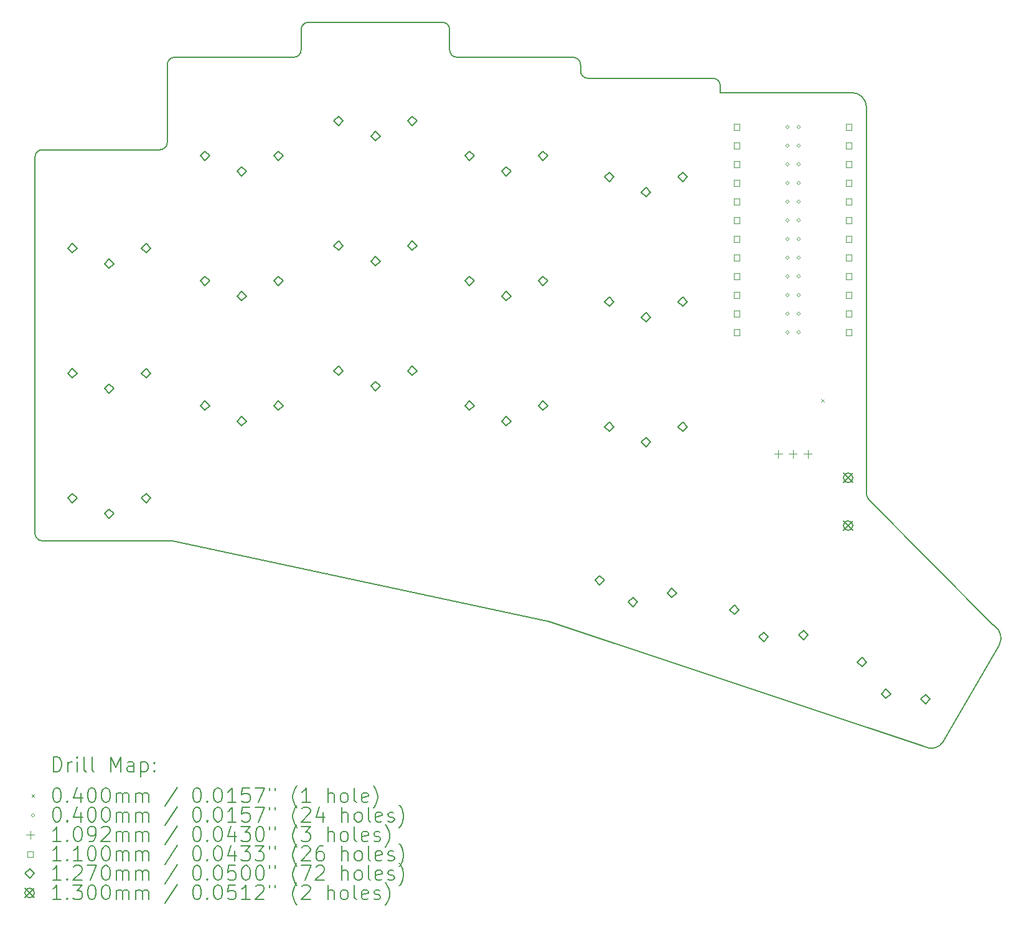
<source format=gbr>
%TF.GenerationSoftware,KiCad,Pcbnew,(6.0.7-1)-1*%
%TF.CreationDate,2022-10-05T19:06:01+03:00*%
%TF.ProjectId,board,626f6172-642e-46b6-9963-61645f706362,v1.0.0*%
%TF.SameCoordinates,Original*%
%TF.FileFunction,Drillmap*%
%TF.FilePolarity,Positive*%
%FSLAX45Y45*%
G04 Gerber Fmt 4.5, Leading zero omitted, Abs format (unit mm)*
G04 Created by KiCad (PCBNEW (6.0.7-1)-1) date 2022-10-05 19:06:01*
%MOMM*%
%LPD*%
G01*
G04 APERTURE LIST*
%ADD10C,0.150000*%
%ADD11C,0.200000*%
%ADD12C,0.040000*%
%ADD13C,0.109220*%
%ADD14C,0.110000*%
%ADD15C,0.127000*%
%ADD16C,0.130000*%
G04 APERTURE END LIST*
D10*
X5890000Y4040000D02*
X7636211Y4040000D01*
X5790000Y4140000D02*
X5790000Y9260000D01*
X5890000Y9360000D02*
X7490000Y9360000D01*
X7690000Y10617300D02*
X9310000Y10617300D01*
X7590000Y9460000D02*
X7590000Y10517300D01*
X9510000Y11093550D02*
X11330000Y11093550D01*
X11430000Y10993550D02*
X11430000Y10717300D01*
X9410000Y10717300D02*
X9410000Y10993550D01*
X11530000Y10617300D02*
X13110000Y10617300D01*
X13210000Y10517300D02*
X13210000Y10431550D01*
X15110000Y10136550D02*
X15110000Y10231550D01*
X13310000Y10331550D02*
X15010000Y10331550D01*
X17878998Y1244178D02*
G75*
G03*
X18152203Y1317383I100000J173205D01*
G01*
X18152203Y1317383D02*
X18902203Y2616421D01*
X18902203Y2616421D02*
G75*
G03*
X18837409Y2884490I-173205J100000D01*
G01*
X15110000Y10231550D02*
G75*
G03*
X15010000Y10331550I-100000J0D01*
G01*
X13210000Y10431550D02*
G75*
G03*
X13310000Y10331550I100000J0D01*
G01*
X13210000Y10517300D02*
G75*
G03*
X13110000Y10617300I-100000J0D01*
G01*
X11430000Y10717300D02*
G75*
G03*
X11530000Y10617300I100000J0D01*
G01*
X11430000Y10993550D02*
G75*
G03*
X11330000Y11093550I-100000J0D01*
G01*
X9510000Y11093550D02*
G75*
G03*
X9410000Y10993550I0J-100000D01*
G01*
X9310000Y10617300D02*
G75*
G03*
X9410000Y10717300I0J100000D01*
G01*
X7690000Y10617300D02*
G75*
G03*
X7590000Y10517300I0J-100000D01*
G01*
X7490000Y9360000D02*
G75*
G03*
X7590000Y9460000I0J100000D01*
G01*
X5890000Y9360000D02*
G75*
G03*
X5790000Y9260000I0J-100000D01*
G01*
X5790000Y4140000D02*
G75*
G03*
X5890000Y4040000I100000J0D01*
G01*
X17128897Y4608754D02*
X18820511Y2898208D01*
X17878998Y1244178D02*
X12766213Y2945005D01*
X12755552Y2947908D02*
X7657115Y4037791D01*
X17100000Y4679070D02*
X17100000Y9936550D01*
X17100000Y9936550D02*
G75*
G03*
X16900000Y10136550I-200000J0D01*
G01*
X16900000Y10136550D02*
X15110000Y10136550D01*
X7657115Y4037791D02*
G75*
G03*
X7636211Y4040000I-20905J-97791D01*
G01*
X12766213Y2945005D02*
G75*
G03*
X12755552Y2947908I-31565J-94887D01*
G01*
X18820511Y2898208D02*
G75*
G03*
X18837409Y2884490I71103J70316D01*
G01*
X17100000Y4679070D02*
G75*
G03*
X17128897Y4608754I100000J0D01*
G01*
D11*
D12*
X16480000Y5970000D02*
X16520000Y5930000D01*
X16520000Y5970000D02*
X16480000Y5930000D01*
X16043800Y9668550D02*
G75*
G03*
X16043800Y9668550I-20000J0D01*
G01*
X16043800Y9414550D02*
G75*
G03*
X16043800Y9414550I-20000J0D01*
G01*
X16043800Y9160550D02*
G75*
G03*
X16043800Y9160550I-20000J0D01*
G01*
X16043800Y8906550D02*
G75*
G03*
X16043800Y8906550I-20000J0D01*
G01*
X16043800Y8652550D02*
G75*
G03*
X16043800Y8652550I-20000J0D01*
G01*
X16043800Y8398550D02*
G75*
G03*
X16043800Y8398550I-20000J0D01*
G01*
X16043800Y8144550D02*
G75*
G03*
X16043800Y8144550I-20000J0D01*
G01*
X16043800Y7890550D02*
G75*
G03*
X16043800Y7890550I-20000J0D01*
G01*
X16043800Y7636550D02*
G75*
G03*
X16043800Y7636550I-20000J0D01*
G01*
X16043800Y7382550D02*
G75*
G03*
X16043800Y7382550I-20000J0D01*
G01*
X16043800Y7128550D02*
G75*
G03*
X16043800Y7128550I-20000J0D01*
G01*
X16043800Y6874550D02*
G75*
G03*
X16043800Y6874550I-20000J0D01*
G01*
X16196200Y9668550D02*
G75*
G03*
X16196200Y9668550I-20000J0D01*
G01*
X16196200Y9414550D02*
G75*
G03*
X16196200Y9414550I-20000J0D01*
G01*
X16196200Y9160550D02*
G75*
G03*
X16196200Y9160550I-20000J0D01*
G01*
X16196200Y8906550D02*
G75*
G03*
X16196200Y8906550I-20000J0D01*
G01*
X16196200Y8652550D02*
G75*
G03*
X16196200Y8652550I-20000J0D01*
G01*
X16196200Y8398550D02*
G75*
G03*
X16196200Y8398550I-20000J0D01*
G01*
X16196200Y8144550D02*
G75*
G03*
X16196200Y8144550I-20000J0D01*
G01*
X16196200Y7890550D02*
G75*
G03*
X16196200Y7890550I-20000J0D01*
G01*
X16196200Y7636550D02*
G75*
G03*
X16196200Y7636550I-20000J0D01*
G01*
X16196200Y7382550D02*
G75*
G03*
X16196200Y7382550I-20000J0D01*
G01*
X16196200Y7128550D02*
G75*
G03*
X16196200Y7128550I-20000J0D01*
G01*
X16196200Y6874550D02*
G75*
G03*
X16196200Y6874550I-20000J0D01*
G01*
D13*
X15900000Y5276160D02*
X15900000Y5166940D01*
X15845390Y5221550D02*
X15954610Y5221550D01*
X16100000Y5276160D02*
X16100000Y5166940D01*
X16045390Y5221550D02*
X16154610Y5221550D01*
X16300000Y5276160D02*
X16300000Y5166940D01*
X16245390Y5221550D02*
X16354610Y5221550D01*
D14*
X15376891Y9629659D02*
X15376891Y9707441D01*
X15299109Y9707441D01*
X15299109Y9629659D01*
X15376891Y9629659D01*
X15376891Y9629659D02*
X15376891Y9707441D01*
X15299109Y9707441D01*
X15299109Y9629659D01*
X15376891Y9629659D01*
X15376891Y9375659D02*
X15376891Y9453441D01*
X15299109Y9453441D01*
X15299109Y9375659D01*
X15376891Y9375659D01*
X15376891Y9121659D02*
X15376891Y9199441D01*
X15299109Y9199441D01*
X15299109Y9121659D01*
X15376891Y9121659D01*
X15376891Y8867659D02*
X15376891Y8945441D01*
X15299109Y8945441D01*
X15299109Y8867659D01*
X15376891Y8867659D01*
X15376891Y8613659D02*
X15376891Y8691441D01*
X15299109Y8691441D01*
X15299109Y8613659D01*
X15376891Y8613659D01*
X15376891Y8359659D02*
X15376891Y8437441D01*
X15299109Y8437441D01*
X15299109Y8359659D01*
X15376891Y8359659D01*
X15376891Y8105659D02*
X15376891Y8183441D01*
X15299109Y8183441D01*
X15299109Y8105659D01*
X15376891Y8105659D01*
X15376891Y7851659D02*
X15376891Y7929441D01*
X15299109Y7929441D01*
X15299109Y7851659D01*
X15376891Y7851659D01*
X15376891Y7597659D02*
X15376891Y7675441D01*
X15299109Y7675441D01*
X15299109Y7597659D01*
X15376891Y7597659D01*
X15376891Y7343659D02*
X15376891Y7421441D01*
X15299109Y7421441D01*
X15299109Y7343659D01*
X15376891Y7343659D01*
X15376891Y7089659D02*
X15376891Y7167441D01*
X15299109Y7167441D01*
X15299109Y7089659D01*
X15376891Y7089659D01*
X15376891Y6835659D02*
X15376891Y6913441D01*
X15299109Y6913441D01*
X15299109Y6835659D01*
X15376891Y6835659D01*
X16900891Y9629659D02*
X16900891Y9707441D01*
X16823109Y9707441D01*
X16823109Y9629659D01*
X16900891Y9629659D01*
X16900891Y9629659D02*
X16900891Y9707441D01*
X16823109Y9707441D01*
X16823109Y9629659D01*
X16900891Y9629659D01*
X16900891Y9375659D02*
X16900891Y9453441D01*
X16823109Y9453441D01*
X16823109Y9375659D01*
X16900891Y9375659D01*
X16900891Y9121659D02*
X16900891Y9199441D01*
X16823109Y9199441D01*
X16823109Y9121659D01*
X16900891Y9121659D01*
X16900891Y8867659D02*
X16900891Y8945441D01*
X16823109Y8945441D01*
X16823109Y8867659D01*
X16900891Y8867659D01*
X16900891Y8613659D02*
X16900891Y8691441D01*
X16823109Y8691441D01*
X16823109Y8613659D01*
X16900891Y8613659D01*
X16900891Y8359659D02*
X16900891Y8437441D01*
X16823109Y8437441D01*
X16823109Y8359659D01*
X16900891Y8359659D01*
X16900891Y8105659D02*
X16900891Y8183441D01*
X16823109Y8183441D01*
X16823109Y8105659D01*
X16900891Y8105659D01*
X16900891Y7851659D02*
X16900891Y7929441D01*
X16823109Y7929441D01*
X16823109Y7851659D01*
X16900891Y7851659D01*
X16900891Y7597659D02*
X16900891Y7675441D01*
X16823109Y7675441D01*
X16823109Y7597659D01*
X16900891Y7597659D01*
X16900891Y7343659D02*
X16900891Y7421441D01*
X16823109Y7421441D01*
X16823109Y7343659D01*
X16900891Y7343659D01*
X16900891Y7089659D02*
X16900891Y7167441D01*
X16823109Y7167441D01*
X16823109Y7089659D01*
X16900891Y7089659D01*
X16900891Y6835659D02*
X16900891Y6913441D01*
X16823109Y6913441D01*
X16823109Y6835659D01*
X16900891Y6835659D01*
D15*
X6300000Y7956500D02*
X6363500Y8020000D01*
X6300000Y8083500D01*
X6236500Y8020000D01*
X6300000Y7956500D01*
X6300000Y6256500D02*
X6363500Y6320000D01*
X6300000Y6383500D01*
X6236500Y6320000D01*
X6300000Y6256500D01*
X6300000Y4556500D02*
X6363500Y4620000D01*
X6300000Y4683500D01*
X6236500Y4620000D01*
X6300000Y4556500D01*
X6800000Y7746500D02*
X6863500Y7810000D01*
X6800000Y7873500D01*
X6736500Y7810000D01*
X6800000Y7746500D01*
X6800000Y7746500D02*
X6863500Y7810000D01*
X6800000Y7873500D01*
X6736500Y7810000D01*
X6800000Y7746500D01*
X6800000Y6046500D02*
X6863500Y6110000D01*
X6800000Y6173500D01*
X6736500Y6110000D01*
X6800000Y6046500D01*
X6800000Y6046500D02*
X6863500Y6110000D01*
X6800000Y6173500D01*
X6736500Y6110000D01*
X6800000Y6046500D01*
X6800000Y4346500D02*
X6863500Y4410000D01*
X6800000Y4473500D01*
X6736500Y4410000D01*
X6800000Y4346500D01*
X6800000Y4346500D02*
X6863500Y4410000D01*
X6800000Y4473500D01*
X6736500Y4410000D01*
X6800000Y4346500D01*
X7300000Y7956500D02*
X7363500Y8020000D01*
X7300000Y8083500D01*
X7236500Y8020000D01*
X7300000Y7956500D01*
X7300000Y6256500D02*
X7363500Y6320000D01*
X7300000Y6383500D01*
X7236500Y6320000D01*
X7300000Y6256500D01*
X7300000Y4556500D02*
X7363500Y4620000D01*
X7300000Y4683500D01*
X7236500Y4620000D01*
X7300000Y4556500D01*
X8100000Y9213800D02*
X8163500Y9277300D01*
X8100000Y9340800D01*
X8036500Y9277300D01*
X8100000Y9213800D01*
X8100000Y7513800D02*
X8163500Y7577300D01*
X8100000Y7640800D01*
X8036500Y7577300D01*
X8100000Y7513800D01*
X8100000Y5813800D02*
X8163500Y5877300D01*
X8100000Y5940800D01*
X8036500Y5877300D01*
X8100000Y5813800D01*
X8600000Y9003800D02*
X8663500Y9067300D01*
X8600000Y9130800D01*
X8536500Y9067300D01*
X8600000Y9003800D01*
X8600000Y9003800D02*
X8663500Y9067300D01*
X8600000Y9130800D01*
X8536500Y9067300D01*
X8600000Y9003800D01*
X8600000Y7303800D02*
X8663500Y7367300D01*
X8600000Y7430800D01*
X8536500Y7367300D01*
X8600000Y7303800D01*
X8600000Y7303800D02*
X8663500Y7367300D01*
X8600000Y7430800D01*
X8536500Y7367300D01*
X8600000Y7303800D01*
X8600000Y5603800D02*
X8663500Y5667300D01*
X8600000Y5730800D01*
X8536500Y5667300D01*
X8600000Y5603800D01*
X8600000Y5603800D02*
X8663500Y5667300D01*
X8600000Y5730800D01*
X8536500Y5667300D01*
X8600000Y5603800D01*
X9100000Y9213800D02*
X9163500Y9277300D01*
X9100000Y9340800D01*
X9036500Y9277300D01*
X9100000Y9213800D01*
X9100000Y7513800D02*
X9163500Y7577300D01*
X9100000Y7640800D01*
X9036500Y7577300D01*
X9100000Y7513800D01*
X9100000Y5813800D02*
X9163500Y5877300D01*
X9100000Y5940800D01*
X9036500Y5877300D01*
X9100000Y5813800D01*
X9920000Y9690050D02*
X9983500Y9753550D01*
X9920000Y9817050D01*
X9856500Y9753550D01*
X9920000Y9690050D01*
X9920000Y7990050D02*
X9983500Y8053550D01*
X9920000Y8117050D01*
X9856500Y8053550D01*
X9920000Y7990050D01*
X9920000Y6290050D02*
X9983500Y6353550D01*
X9920000Y6417050D01*
X9856500Y6353550D01*
X9920000Y6290050D01*
X10420000Y9480050D02*
X10483500Y9543550D01*
X10420000Y9607050D01*
X10356500Y9543550D01*
X10420000Y9480050D01*
X10420000Y9480050D02*
X10483500Y9543550D01*
X10420000Y9607050D01*
X10356500Y9543550D01*
X10420000Y9480050D01*
X10420000Y7780050D02*
X10483500Y7843550D01*
X10420000Y7907050D01*
X10356500Y7843550D01*
X10420000Y7780050D01*
X10420000Y7780050D02*
X10483500Y7843550D01*
X10420000Y7907050D01*
X10356500Y7843550D01*
X10420000Y7780050D01*
X10420000Y6080050D02*
X10483500Y6143550D01*
X10420000Y6207050D01*
X10356500Y6143550D01*
X10420000Y6080050D01*
X10420000Y6080050D02*
X10483500Y6143550D01*
X10420000Y6207050D01*
X10356500Y6143550D01*
X10420000Y6080050D01*
X10920000Y9690050D02*
X10983500Y9753550D01*
X10920000Y9817050D01*
X10856500Y9753550D01*
X10920000Y9690050D01*
X10920000Y7990050D02*
X10983500Y8053550D01*
X10920000Y8117050D01*
X10856500Y8053550D01*
X10920000Y7990050D01*
X10920000Y6290050D02*
X10983500Y6353550D01*
X10920000Y6417050D01*
X10856500Y6353550D01*
X10920000Y6290050D01*
X11700000Y9213800D02*
X11763500Y9277300D01*
X11700000Y9340800D01*
X11636500Y9277300D01*
X11700000Y9213800D01*
X11700000Y7513800D02*
X11763500Y7577300D01*
X11700000Y7640800D01*
X11636500Y7577300D01*
X11700000Y7513800D01*
X11700000Y5813800D02*
X11763500Y5877300D01*
X11700000Y5940800D01*
X11636500Y5877300D01*
X11700000Y5813800D01*
X12200000Y9003800D02*
X12263500Y9067300D01*
X12200000Y9130800D01*
X12136500Y9067300D01*
X12200000Y9003800D01*
X12200000Y9003800D02*
X12263500Y9067300D01*
X12200000Y9130800D01*
X12136500Y9067300D01*
X12200000Y9003800D01*
X12200000Y7303800D02*
X12263500Y7367300D01*
X12200000Y7430800D01*
X12136500Y7367300D01*
X12200000Y7303800D01*
X12200000Y7303800D02*
X12263500Y7367300D01*
X12200000Y7430800D01*
X12136500Y7367300D01*
X12200000Y7303800D01*
X12200000Y5603800D02*
X12263500Y5667300D01*
X12200000Y5730800D01*
X12136500Y5667300D01*
X12200000Y5603800D01*
X12200000Y5603800D02*
X12263500Y5667300D01*
X12200000Y5730800D01*
X12136500Y5667300D01*
X12200000Y5603800D01*
X12700000Y9213800D02*
X12763500Y9277300D01*
X12700000Y9340800D01*
X12636500Y9277300D01*
X12700000Y9213800D01*
X12700000Y7513800D02*
X12763500Y7577300D01*
X12700000Y7640800D01*
X12636500Y7577300D01*
X12700000Y7513800D01*
X12700000Y5813800D02*
X12763500Y5877300D01*
X12700000Y5940800D01*
X12636500Y5877300D01*
X12700000Y5813800D01*
X13468192Y3438884D02*
X13531692Y3502384D01*
X13468192Y3565884D01*
X13404692Y3502384D01*
X13468192Y3438884D01*
X13600000Y8928050D02*
X13663500Y8991550D01*
X13600000Y9055050D01*
X13536500Y8991550D01*
X13600000Y8928050D01*
X13600000Y7228050D02*
X13663500Y7291550D01*
X13600000Y7355050D01*
X13536500Y7291550D01*
X13600000Y7228050D01*
X13600000Y5528050D02*
X13663500Y5591550D01*
X13600000Y5655050D01*
X13536500Y5591550D01*
X13600000Y5528050D01*
X13924129Y3145250D02*
X13987629Y3208750D01*
X13924129Y3272250D01*
X13860629Y3208750D01*
X13924129Y3145250D01*
X13924129Y3145250D02*
X13987629Y3208750D01*
X13924129Y3272250D01*
X13860629Y3208750D01*
X13924129Y3145250D01*
X14100000Y8718050D02*
X14163500Y8781550D01*
X14100000Y8845050D01*
X14036500Y8781550D01*
X14100000Y8718050D01*
X14100000Y8718050D02*
X14163500Y8781550D01*
X14100000Y8845050D01*
X14036500Y8781550D01*
X14100000Y8718050D01*
X14100000Y7018050D02*
X14163500Y7081550D01*
X14100000Y7145050D01*
X14036500Y7081550D01*
X14100000Y7018050D01*
X14100000Y7018050D02*
X14163500Y7081550D01*
X14100000Y7145050D01*
X14036500Y7081550D01*
X14100000Y7018050D01*
X14100000Y5318050D02*
X14163500Y5381550D01*
X14100000Y5445050D01*
X14036500Y5381550D01*
X14100000Y5318050D01*
X14100000Y5318050D02*
X14163500Y5381550D01*
X14100000Y5445050D01*
X14036500Y5381550D01*
X14100000Y5318050D01*
X14452999Y3265235D02*
X14516499Y3328735D01*
X14452999Y3392235D01*
X14389499Y3328735D01*
X14452999Y3265235D01*
X14600000Y8928050D02*
X14663500Y8991550D01*
X14600000Y9055050D01*
X14536500Y8991550D01*
X14600000Y8928050D01*
X14600000Y7228050D02*
X14663500Y7291550D01*
X14600000Y7355050D01*
X14536500Y7291550D01*
X14600000Y7228050D01*
X14600000Y5528050D02*
X14663500Y5591550D01*
X14600000Y5655050D01*
X14536500Y5591550D01*
X14600000Y5528050D01*
X15301934Y3037764D02*
X15365434Y3101264D01*
X15301934Y3164764D01*
X15238434Y3101264D01*
X15301934Y3037764D01*
X15699956Y2669419D02*
X15763456Y2732919D01*
X15699956Y2796419D01*
X15636456Y2732919D01*
X15699956Y2669419D01*
X15699956Y2669419D02*
X15763456Y2732919D01*
X15699956Y2796419D01*
X15636456Y2732919D01*
X15699956Y2669419D01*
X16241627Y2695744D02*
X16305127Y2759244D01*
X16241627Y2822744D01*
X16178127Y2759244D01*
X16241627Y2695744D01*
X17038165Y2324312D02*
X17101665Y2387812D01*
X17038165Y2451312D01*
X16974665Y2387812D01*
X17038165Y2324312D01*
X17366178Y1892447D02*
X17429678Y1955947D01*
X17366178Y2019447D01*
X17302678Y1955947D01*
X17366178Y1892447D01*
X17366178Y1892447D02*
X17429678Y1955947D01*
X17366178Y2019447D01*
X17302678Y1955947D01*
X17366178Y1892447D01*
X17904190Y1824312D02*
X17967690Y1887812D01*
X17904190Y1951312D01*
X17840690Y1887812D01*
X17904190Y1824312D01*
D16*
X16785000Y4961550D02*
X16915000Y4831550D01*
X16915000Y4961550D02*
X16785000Y4831550D01*
X16915000Y4896550D02*
G75*
G03*
X16915000Y4896550I-65000J0D01*
G01*
X16785000Y4311550D02*
X16915000Y4181550D01*
X16915000Y4311550D02*
X16785000Y4181550D01*
X16915000Y4246550D02*
G75*
G03*
X16915000Y4246550I-65000J0D01*
G01*
D11*
X6040119Y899407D02*
X6040119Y1099407D01*
X6087738Y1099407D01*
X6116309Y1089883D01*
X6135357Y1070835D01*
X6144881Y1051788D01*
X6154405Y1013692D01*
X6154405Y985121D01*
X6144881Y947026D01*
X6135357Y927978D01*
X6116309Y908930D01*
X6087738Y899407D01*
X6040119Y899407D01*
X6240119Y899407D02*
X6240119Y1032740D01*
X6240119Y994645D02*
X6249643Y1013692D01*
X6259167Y1023216D01*
X6278214Y1032740D01*
X6297262Y1032740D01*
X6363928Y899407D02*
X6363928Y1032740D01*
X6363928Y1099407D02*
X6354405Y1089883D01*
X6363928Y1080359D01*
X6373452Y1089883D01*
X6363928Y1099407D01*
X6363928Y1080359D01*
X6487738Y899407D02*
X6468690Y908930D01*
X6459167Y927978D01*
X6459167Y1099407D01*
X6592500Y899407D02*
X6573452Y908930D01*
X6563928Y927978D01*
X6563928Y1099407D01*
X6821071Y899407D02*
X6821071Y1099407D01*
X6887738Y956549D01*
X6954405Y1099407D01*
X6954405Y899407D01*
X7135357Y899407D02*
X7135357Y1004169D01*
X7125833Y1023216D01*
X7106786Y1032740D01*
X7068690Y1032740D01*
X7049643Y1023216D01*
X7135357Y908930D02*
X7116309Y899407D01*
X7068690Y899407D01*
X7049643Y908930D01*
X7040119Y927978D01*
X7040119Y947026D01*
X7049643Y966073D01*
X7068690Y975597D01*
X7116309Y975597D01*
X7135357Y985121D01*
X7230595Y1032740D02*
X7230595Y832740D01*
X7230595Y1023216D02*
X7249643Y1032740D01*
X7287738Y1032740D01*
X7306786Y1023216D01*
X7316309Y1013692D01*
X7325833Y994645D01*
X7325833Y937502D01*
X7316309Y918454D01*
X7306786Y908930D01*
X7287738Y899407D01*
X7249643Y899407D01*
X7230595Y908930D01*
X7411548Y918454D02*
X7421071Y908930D01*
X7411548Y899407D01*
X7402024Y908930D01*
X7411548Y918454D01*
X7411548Y899407D01*
X7411548Y1023216D02*
X7421071Y1013692D01*
X7411548Y1004169D01*
X7402024Y1013692D01*
X7411548Y1023216D01*
X7411548Y1004169D01*
D12*
X5742500Y589883D02*
X5782500Y549883D01*
X5782500Y589883D02*
X5742500Y549883D01*
D11*
X6078214Y679407D02*
X6097262Y679407D01*
X6116309Y669883D01*
X6125833Y660359D01*
X6135357Y641311D01*
X6144881Y603216D01*
X6144881Y555597D01*
X6135357Y517502D01*
X6125833Y498454D01*
X6116309Y488930D01*
X6097262Y479407D01*
X6078214Y479407D01*
X6059167Y488930D01*
X6049643Y498454D01*
X6040119Y517502D01*
X6030595Y555597D01*
X6030595Y603216D01*
X6040119Y641311D01*
X6049643Y660359D01*
X6059167Y669883D01*
X6078214Y679407D01*
X6230595Y498454D02*
X6240119Y488930D01*
X6230595Y479407D01*
X6221071Y488930D01*
X6230595Y498454D01*
X6230595Y479407D01*
X6411548Y612740D02*
X6411548Y479407D01*
X6363928Y688931D02*
X6316309Y546073D01*
X6440119Y546073D01*
X6554405Y679407D02*
X6573452Y679407D01*
X6592500Y669883D01*
X6602024Y660359D01*
X6611548Y641311D01*
X6621071Y603216D01*
X6621071Y555597D01*
X6611548Y517502D01*
X6602024Y498454D01*
X6592500Y488930D01*
X6573452Y479407D01*
X6554405Y479407D01*
X6535357Y488930D01*
X6525833Y498454D01*
X6516309Y517502D01*
X6506786Y555597D01*
X6506786Y603216D01*
X6516309Y641311D01*
X6525833Y660359D01*
X6535357Y669883D01*
X6554405Y679407D01*
X6744881Y679407D02*
X6763928Y679407D01*
X6782976Y669883D01*
X6792500Y660359D01*
X6802024Y641311D01*
X6811548Y603216D01*
X6811548Y555597D01*
X6802024Y517502D01*
X6792500Y498454D01*
X6782976Y488930D01*
X6763928Y479407D01*
X6744881Y479407D01*
X6725833Y488930D01*
X6716309Y498454D01*
X6706786Y517502D01*
X6697262Y555597D01*
X6697262Y603216D01*
X6706786Y641311D01*
X6716309Y660359D01*
X6725833Y669883D01*
X6744881Y679407D01*
X6897262Y479407D02*
X6897262Y612740D01*
X6897262Y593692D02*
X6906786Y603216D01*
X6925833Y612740D01*
X6954405Y612740D01*
X6973452Y603216D01*
X6982976Y584169D01*
X6982976Y479407D01*
X6982976Y584169D02*
X6992500Y603216D01*
X7011548Y612740D01*
X7040119Y612740D01*
X7059167Y603216D01*
X7068690Y584169D01*
X7068690Y479407D01*
X7163928Y479407D02*
X7163928Y612740D01*
X7163928Y593692D02*
X7173452Y603216D01*
X7192500Y612740D01*
X7221071Y612740D01*
X7240119Y603216D01*
X7249643Y584169D01*
X7249643Y479407D01*
X7249643Y584169D02*
X7259167Y603216D01*
X7278214Y612740D01*
X7306786Y612740D01*
X7325833Y603216D01*
X7335357Y584169D01*
X7335357Y479407D01*
X7725833Y688931D02*
X7554405Y431788D01*
X7982976Y679407D02*
X8002024Y679407D01*
X8021071Y669883D01*
X8030595Y660359D01*
X8040119Y641311D01*
X8049643Y603216D01*
X8049643Y555597D01*
X8040119Y517502D01*
X8030595Y498454D01*
X8021071Y488930D01*
X8002024Y479407D01*
X7982976Y479407D01*
X7963928Y488930D01*
X7954405Y498454D01*
X7944881Y517502D01*
X7935357Y555597D01*
X7935357Y603216D01*
X7944881Y641311D01*
X7954405Y660359D01*
X7963928Y669883D01*
X7982976Y679407D01*
X8135357Y498454D02*
X8144881Y488930D01*
X8135357Y479407D01*
X8125833Y488930D01*
X8135357Y498454D01*
X8135357Y479407D01*
X8268690Y679407D02*
X8287738Y679407D01*
X8306786Y669883D01*
X8316309Y660359D01*
X8325833Y641311D01*
X8335357Y603216D01*
X8335357Y555597D01*
X8325833Y517502D01*
X8316309Y498454D01*
X8306786Y488930D01*
X8287738Y479407D01*
X8268690Y479407D01*
X8249643Y488930D01*
X8240119Y498454D01*
X8230595Y517502D01*
X8221071Y555597D01*
X8221071Y603216D01*
X8230595Y641311D01*
X8240119Y660359D01*
X8249643Y669883D01*
X8268690Y679407D01*
X8525833Y479407D02*
X8411548Y479407D01*
X8468690Y479407D02*
X8468690Y679407D01*
X8449643Y650835D01*
X8430595Y631788D01*
X8411548Y622264D01*
X8706786Y679407D02*
X8611548Y679407D01*
X8602024Y584169D01*
X8611548Y593692D01*
X8630595Y603216D01*
X8678214Y603216D01*
X8697262Y593692D01*
X8706786Y584169D01*
X8716310Y565121D01*
X8716310Y517502D01*
X8706786Y498454D01*
X8697262Y488930D01*
X8678214Y479407D01*
X8630595Y479407D01*
X8611548Y488930D01*
X8602024Y498454D01*
X8782976Y679407D02*
X8916310Y679407D01*
X8830595Y479407D01*
X8982976Y679407D02*
X8982976Y641311D01*
X9059167Y679407D02*
X9059167Y641311D01*
X9354405Y403216D02*
X9344881Y412740D01*
X9325833Y441311D01*
X9316310Y460359D01*
X9306786Y488930D01*
X9297262Y536550D01*
X9297262Y574645D01*
X9306786Y622264D01*
X9316310Y650835D01*
X9325833Y669883D01*
X9344881Y698454D01*
X9354405Y707978D01*
X9535357Y479407D02*
X9421071Y479407D01*
X9478214Y479407D02*
X9478214Y679407D01*
X9459167Y650835D01*
X9440119Y631788D01*
X9421071Y622264D01*
X9773452Y479407D02*
X9773452Y679407D01*
X9859167Y479407D02*
X9859167Y584169D01*
X9849643Y603216D01*
X9830595Y612740D01*
X9802024Y612740D01*
X9782976Y603216D01*
X9773452Y593692D01*
X9982976Y479407D02*
X9963929Y488930D01*
X9954405Y498454D01*
X9944881Y517502D01*
X9944881Y574645D01*
X9954405Y593692D01*
X9963929Y603216D01*
X9982976Y612740D01*
X10011548Y612740D01*
X10030595Y603216D01*
X10040119Y593692D01*
X10049643Y574645D01*
X10049643Y517502D01*
X10040119Y498454D01*
X10030595Y488930D01*
X10011548Y479407D01*
X9982976Y479407D01*
X10163929Y479407D02*
X10144881Y488930D01*
X10135357Y507978D01*
X10135357Y679407D01*
X10316310Y488930D02*
X10297262Y479407D01*
X10259167Y479407D01*
X10240119Y488930D01*
X10230595Y507978D01*
X10230595Y584169D01*
X10240119Y603216D01*
X10259167Y612740D01*
X10297262Y612740D01*
X10316310Y603216D01*
X10325833Y584169D01*
X10325833Y565121D01*
X10230595Y546073D01*
X10392500Y403216D02*
X10402024Y412740D01*
X10421071Y441311D01*
X10430595Y460359D01*
X10440119Y488930D01*
X10449643Y536550D01*
X10449643Y574645D01*
X10440119Y622264D01*
X10430595Y650835D01*
X10421071Y669883D01*
X10402024Y698454D01*
X10392500Y707978D01*
D12*
X5782500Y305883D02*
G75*
G03*
X5782500Y305883I-20000J0D01*
G01*
D11*
X6078214Y415407D02*
X6097262Y415407D01*
X6116309Y405883D01*
X6125833Y396359D01*
X6135357Y377311D01*
X6144881Y339216D01*
X6144881Y291597D01*
X6135357Y253502D01*
X6125833Y234454D01*
X6116309Y224930D01*
X6097262Y215407D01*
X6078214Y215407D01*
X6059167Y224930D01*
X6049643Y234454D01*
X6040119Y253502D01*
X6030595Y291597D01*
X6030595Y339216D01*
X6040119Y377311D01*
X6049643Y396359D01*
X6059167Y405883D01*
X6078214Y415407D01*
X6230595Y234454D02*
X6240119Y224930D01*
X6230595Y215407D01*
X6221071Y224930D01*
X6230595Y234454D01*
X6230595Y215407D01*
X6411548Y348740D02*
X6411548Y215407D01*
X6363928Y424930D02*
X6316309Y282073D01*
X6440119Y282073D01*
X6554405Y415407D02*
X6573452Y415407D01*
X6592500Y405883D01*
X6602024Y396359D01*
X6611548Y377311D01*
X6621071Y339216D01*
X6621071Y291597D01*
X6611548Y253502D01*
X6602024Y234454D01*
X6592500Y224930D01*
X6573452Y215407D01*
X6554405Y215407D01*
X6535357Y224930D01*
X6525833Y234454D01*
X6516309Y253502D01*
X6506786Y291597D01*
X6506786Y339216D01*
X6516309Y377311D01*
X6525833Y396359D01*
X6535357Y405883D01*
X6554405Y415407D01*
X6744881Y415407D02*
X6763928Y415407D01*
X6782976Y405883D01*
X6792500Y396359D01*
X6802024Y377311D01*
X6811548Y339216D01*
X6811548Y291597D01*
X6802024Y253502D01*
X6792500Y234454D01*
X6782976Y224930D01*
X6763928Y215407D01*
X6744881Y215407D01*
X6725833Y224930D01*
X6716309Y234454D01*
X6706786Y253502D01*
X6697262Y291597D01*
X6697262Y339216D01*
X6706786Y377311D01*
X6716309Y396359D01*
X6725833Y405883D01*
X6744881Y415407D01*
X6897262Y215407D02*
X6897262Y348740D01*
X6897262Y329692D02*
X6906786Y339216D01*
X6925833Y348740D01*
X6954405Y348740D01*
X6973452Y339216D01*
X6982976Y320169D01*
X6982976Y215407D01*
X6982976Y320169D02*
X6992500Y339216D01*
X7011548Y348740D01*
X7040119Y348740D01*
X7059167Y339216D01*
X7068690Y320169D01*
X7068690Y215407D01*
X7163928Y215407D02*
X7163928Y348740D01*
X7163928Y329692D02*
X7173452Y339216D01*
X7192500Y348740D01*
X7221071Y348740D01*
X7240119Y339216D01*
X7249643Y320169D01*
X7249643Y215407D01*
X7249643Y320169D02*
X7259167Y339216D01*
X7278214Y348740D01*
X7306786Y348740D01*
X7325833Y339216D01*
X7335357Y320169D01*
X7335357Y215407D01*
X7725833Y424930D02*
X7554405Y167788D01*
X7982976Y415407D02*
X8002024Y415407D01*
X8021071Y405883D01*
X8030595Y396359D01*
X8040119Y377311D01*
X8049643Y339216D01*
X8049643Y291597D01*
X8040119Y253502D01*
X8030595Y234454D01*
X8021071Y224930D01*
X8002024Y215407D01*
X7982976Y215407D01*
X7963928Y224930D01*
X7954405Y234454D01*
X7944881Y253502D01*
X7935357Y291597D01*
X7935357Y339216D01*
X7944881Y377311D01*
X7954405Y396359D01*
X7963928Y405883D01*
X7982976Y415407D01*
X8135357Y234454D02*
X8144881Y224930D01*
X8135357Y215407D01*
X8125833Y224930D01*
X8135357Y234454D01*
X8135357Y215407D01*
X8268690Y415407D02*
X8287738Y415407D01*
X8306786Y405883D01*
X8316309Y396359D01*
X8325833Y377311D01*
X8335357Y339216D01*
X8335357Y291597D01*
X8325833Y253502D01*
X8316309Y234454D01*
X8306786Y224930D01*
X8287738Y215407D01*
X8268690Y215407D01*
X8249643Y224930D01*
X8240119Y234454D01*
X8230595Y253502D01*
X8221071Y291597D01*
X8221071Y339216D01*
X8230595Y377311D01*
X8240119Y396359D01*
X8249643Y405883D01*
X8268690Y415407D01*
X8525833Y215407D02*
X8411548Y215407D01*
X8468690Y215407D02*
X8468690Y415407D01*
X8449643Y386835D01*
X8430595Y367788D01*
X8411548Y358264D01*
X8706786Y415407D02*
X8611548Y415407D01*
X8602024Y320169D01*
X8611548Y329692D01*
X8630595Y339216D01*
X8678214Y339216D01*
X8697262Y329692D01*
X8706786Y320169D01*
X8716310Y301121D01*
X8716310Y253502D01*
X8706786Y234454D01*
X8697262Y224930D01*
X8678214Y215407D01*
X8630595Y215407D01*
X8611548Y224930D01*
X8602024Y234454D01*
X8782976Y415407D02*
X8916310Y415407D01*
X8830595Y215407D01*
X8982976Y415407D02*
X8982976Y377311D01*
X9059167Y415407D02*
X9059167Y377311D01*
X9354405Y139216D02*
X9344881Y148740D01*
X9325833Y177311D01*
X9316310Y196359D01*
X9306786Y224930D01*
X9297262Y272550D01*
X9297262Y310645D01*
X9306786Y358264D01*
X9316310Y386835D01*
X9325833Y405883D01*
X9344881Y434454D01*
X9354405Y443978D01*
X9421071Y396359D02*
X9430595Y405883D01*
X9449643Y415407D01*
X9497262Y415407D01*
X9516310Y405883D01*
X9525833Y396359D01*
X9535357Y377311D01*
X9535357Y358264D01*
X9525833Y329692D01*
X9411548Y215407D01*
X9535357Y215407D01*
X9706786Y348740D02*
X9706786Y215407D01*
X9659167Y424930D02*
X9611548Y282073D01*
X9735357Y282073D01*
X9963929Y215407D02*
X9963929Y415407D01*
X10049643Y215407D02*
X10049643Y320169D01*
X10040119Y339216D01*
X10021071Y348740D01*
X9992500Y348740D01*
X9973452Y339216D01*
X9963929Y329692D01*
X10173452Y215407D02*
X10154405Y224930D01*
X10144881Y234454D01*
X10135357Y253502D01*
X10135357Y310645D01*
X10144881Y329692D01*
X10154405Y339216D01*
X10173452Y348740D01*
X10202024Y348740D01*
X10221071Y339216D01*
X10230595Y329692D01*
X10240119Y310645D01*
X10240119Y253502D01*
X10230595Y234454D01*
X10221071Y224930D01*
X10202024Y215407D01*
X10173452Y215407D01*
X10354405Y215407D02*
X10335357Y224930D01*
X10325833Y243978D01*
X10325833Y415407D01*
X10506786Y224930D02*
X10487738Y215407D01*
X10449643Y215407D01*
X10430595Y224930D01*
X10421071Y243978D01*
X10421071Y320169D01*
X10430595Y339216D01*
X10449643Y348740D01*
X10487738Y348740D01*
X10506786Y339216D01*
X10516310Y320169D01*
X10516310Y301121D01*
X10421071Y282073D01*
X10592500Y224930D02*
X10611548Y215407D01*
X10649643Y215407D01*
X10668690Y224930D01*
X10678214Y243978D01*
X10678214Y253502D01*
X10668690Y272550D01*
X10649643Y282073D01*
X10621071Y282073D01*
X10602024Y291597D01*
X10592500Y310645D01*
X10592500Y320169D01*
X10602024Y339216D01*
X10621071Y348740D01*
X10649643Y348740D01*
X10668690Y339216D01*
X10744881Y139216D02*
X10754405Y148740D01*
X10773452Y177311D01*
X10782976Y196359D01*
X10792500Y224930D01*
X10802024Y272550D01*
X10802024Y310645D01*
X10792500Y358264D01*
X10782976Y386835D01*
X10773452Y405883D01*
X10754405Y434454D01*
X10744881Y443978D01*
D13*
X5727890Y96493D02*
X5727890Y-12727D01*
X5673280Y41883D02*
X5782500Y41883D01*
D11*
X6144881Y-48593D02*
X6030595Y-48593D01*
X6087738Y-48593D02*
X6087738Y151407D01*
X6068690Y122835D01*
X6049643Y103788D01*
X6030595Y94264D01*
X6230595Y-29546D02*
X6240119Y-39069D01*
X6230595Y-48593D01*
X6221071Y-39069D01*
X6230595Y-29546D01*
X6230595Y-48593D01*
X6363928Y151407D02*
X6382976Y151407D01*
X6402024Y141883D01*
X6411548Y132359D01*
X6421071Y113311D01*
X6430595Y75216D01*
X6430595Y27597D01*
X6421071Y-10498D01*
X6411548Y-29546D01*
X6402024Y-39069D01*
X6382976Y-48593D01*
X6363928Y-48593D01*
X6344881Y-39069D01*
X6335357Y-29546D01*
X6325833Y-10498D01*
X6316309Y27597D01*
X6316309Y75216D01*
X6325833Y113311D01*
X6335357Y132359D01*
X6344881Y141883D01*
X6363928Y151407D01*
X6525833Y-48593D02*
X6563928Y-48593D01*
X6582976Y-39069D01*
X6592500Y-29546D01*
X6611548Y-974D01*
X6621071Y37121D01*
X6621071Y113311D01*
X6611548Y132359D01*
X6602024Y141883D01*
X6582976Y151407D01*
X6544881Y151407D01*
X6525833Y141883D01*
X6516309Y132359D01*
X6506786Y113311D01*
X6506786Y65692D01*
X6516309Y46645D01*
X6525833Y37121D01*
X6544881Y27597D01*
X6582976Y27597D01*
X6602024Y37121D01*
X6611548Y46645D01*
X6621071Y65692D01*
X6697262Y132359D02*
X6706786Y141883D01*
X6725833Y151407D01*
X6773452Y151407D01*
X6792500Y141883D01*
X6802024Y132359D01*
X6811548Y113311D01*
X6811548Y94264D01*
X6802024Y65692D01*
X6687738Y-48593D01*
X6811548Y-48593D01*
X6897262Y-48593D02*
X6897262Y84740D01*
X6897262Y65692D02*
X6906786Y75216D01*
X6925833Y84740D01*
X6954405Y84740D01*
X6973452Y75216D01*
X6982976Y56169D01*
X6982976Y-48593D01*
X6982976Y56169D02*
X6992500Y75216D01*
X7011548Y84740D01*
X7040119Y84740D01*
X7059167Y75216D01*
X7068690Y56169D01*
X7068690Y-48593D01*
X7163928Y-48593D02*
X7163928Y84740D01*
X7163928Y65692D02*
X7173452Y75216D01*
X7192500Y84740D01*
X7221071Y84740D01*
X7240119Y75216D01*
X7249643Y56169D01*
X7249643Y-48593D01*
X7249643Y56169D02*
X7259167Y75216D01*
X7278214Y84740D01*
X7306786Y84740D01*
X7325833Y75216D01*
X7335357Y56169D01*
X7335357Y-48593D01*
X7725833Y160931D02*
X7554405Y-96212D01*
X7982976Y151407D02*
X8002024Y151407D01*
X8021071Y141883D01*
X8030595Y132359D01*
X8040119Y113311D01*
X8049643Y75216D01*
X8049643Y27597D01*
X8040119Y-10498D01*
X8030595Y-29546D01*
X8021071Y-39069D01*
X8002024Y-48593D01*
X7982976Y-48593D01*
X7963928Y-39069D01*
X7954405Y-29546D01*
X7944881Y-10498D01*
X7935357Y27597D01*
X7935357Y75216D01*
X7944881Y113311D01*
X7954405Y132359D01*
X7963928Y141883D01*
X7982976Y151407D01*
X8135357Y-29546D02*
X8144881Y-39069D01*
X8135357Y-48593D01*
X8125833Y-39069D01*
X8135357Y-29546D01*
X8135357Y-48593D01*
X8268690Y151407D02*
X8287738Y151407D01*
X8306786Y141883D01*
X8316309Y132359D01*
X8325833Y113311D01*
X8335357Y75216D01*
X8335357Y27597D01*
X8325833Y-10498D01*
X8316309Y-29546D01*
X8306786Y-39069D01*
X8287738Y-48593D01*
X8268690Y-48593D01*
X8249643Y-39069D01*
X8240119Y-29546D01*
X8230595Y-10498D01*
X8221071Y27597D01*
X8221071Y75216D01*
X8230595Y113311D01*
X8240119Y132359D01*
X8249643Y141883D01*
X8268690Y151407D01*
X8506786Y84740D02*
X8506786Y-48593D01*
X8459167Y160931D02*
X8411548Y18073D01*
X8535357Y18073D01*
X8592500Y151407D02*
X8716310Y151407D01*
X8649643Y75216D01*
X8678214Y75216D01*
X8697262Y65692D01*
X8706786Y56169D01*
X8716310Y37121D01*
X8716310Y-10498D01*
X8706786Y-29546D01*
X8697262Y-39069D01*
X8678214Y-48593D01*
X8621071Y-48593D01*
X8602024Y-39069D01*
X8592500Y-29546D01*
X8840119Y151407D02*
X8859167Y151407D01*
X8878214Y141883D01*
X8887738Y132359D01*
X8897262Y113311D01*
X8906786Y75216D01*
X8906786Y27597D01*
X8897262Y-10498D01*
X8887738Y-29546D01*
X8878214Y-39069D01*
X8859167Y-48593D01*
X8840119Y-48593D01*
X8821071Y-39069D01*
X8811548Y-29546D01*
X8802024Y-10498D01*
X8792500Y27597D01*
X8792500Y75216D01*
X8802024Y113311D01*
X8811548Y132359D01*
X8821071Y141883D01*
X8840119Y151407D01*
X8982976Y151407D02*
X8982976Y113311D01*
X9059167Y151407D02*
X9059167Y113311D01*
X9354405Y-124784D02*
X9344881Y-115260D01*
X9325833Y-86689D01*
X9316310Y-67641D01*
X9306786Y-39069D01*
X9297262Y8550D01*
X9297262Y46645D01*
X9306786Y94264D01*
X9316310Y122835D01*
X9325833Y141883D01*
X9344881Y170454D01*
X9354405Y179978D01*
X9411548Y151407D02*
X9535357Y151407D01*
X9468690Y75216D01*
X9497262Y75216D01*
X9516310Y65692D01*
X9525833Y56169D01*
X9535357Y37121D01*
X9535357Y-10498D01*
X9525833Y-29546D01*
X9516310Y-39069D01*
X9497262Y-48593D01*
X9440119Y-48593D01*
X9421071Y-39069D01*
X9411548Y-29546D01*
X9773452Y-48593D02*
X9773452Y151407D01*
X9859167Y-48593D02*
X9859167Y56169D01*
X9849643Y75216D01*
X9830595Y84740D01*
X9802024Y84740D01*
X9782976Y75216D01*
X9773452Y65692D01*
X9982976Y-48593D02*
X9963929Y-39069D01*
X9954405Y-29546D01*
X9944881Y-10498D01*
X9944881Y46645D01*
X9954405Y65692D01*
X9963929Y75216D01*
X9982976Y84740D01*
X10011548Y84740D01*
X10030595Y75216D01*
X10040119Y65692D01*
X10049643Y46645D01*
X10049643Y-10498D01*
X10040119Y-29546D01*
X10030595Y-39069D01*
X10011548Y-48593D01*
X9982976Y-48593D01*
X10163929Y-48593D02*
X10144881Y-39069D01*
X10135357Y-20022D01*
X10135357Y151407D01*
X10316310Y-39069D02*
X10297262Y-48593D01*
X10259167Y-48593D01*
X10240119Y-39069D01*
X10230595Y-20022D01*
X10230595Y56169D01*
X10240119Y75216D01*
X10259167Y84740D01*
X10297262Y84740D01*
X10316310Y75216D01*
X10325833Y56169D01*
X10325833Y37121D01*
X10230595Y18073D01*
X10402024Y-39069D02*
X10421071Y-48593D01*
X10459167Y-48593D01*
X10478214Y-39069D01*
X10487738Y-20022D01*
X10487738Y-10498D01*
X10478214Y8550D01*
X10459167Y18073D01*
X10430595Y18073D01*
X10411548Y27597D01*
X10402024Y46645D01*
X10402024Y56169D01*
X10411548Y75216D01*
X10430595Y84740D01*
X10459167Y84740D01*
X10478214Y75216D01*
X10554405Y-124784D02*
X10563929Y-115260D01*
X10582976Y-86689D01*
X10592500Y-67641D01*
X10602024Y-39069D01*
X10611548Y8550D01*
X10611548Y46645D01*
X10602024Y94264D01*
X10592500Y122835D01*
X10582976Y141883D01*
X10563929Y170454D01*
X10554405Y179978D01*
D14*
X5766391Y-261008D02*
X5766391Y-183226D01*
X5688609Y-183226D01*
X5688609Y-261008D01*
X5766391Y-261008D01*
D11*
X6144881Y-312593D02*
X6030595Y-312593D01*
X6087738Y-312593D02*
X6087738Y-112593D01*
X6068690Y-141165D01*
X6049643Y-160212D01*
X6030595Y-169736D01*
X6230595Y-293546D02*
X6240119Y-303069D01*
X6230595Y-312593D01*
X6221071Y-303069D01*
X6230595Y-293546D01*
X6230595Y-312593D01*
X6430595Y-312593D02*
X6316309Y-312593D01*
X6373452Y-312593D02*
X6373452Y-112593D01*
X6354405Y-141165D01*
X6335357Y-160212D01*
X6316309Y-169736D01*
X6554405Y-112593D02*
X6573452Y-112593D01*
X6592500Y-122117D01*
X6602024Y-131641D01*
X6611548Y-150689D01*
X6621071Y-188784D01*
X6621071Y-236403D01*
X6611548Y-274498D01*
X6602024Y-293546D01*
X6592500Y-303069D01*
X6573452Y-312593D01*
X6554405Y-312593D01*
X6535357Y-303069D01*
X6525833Y-293546D01*
X6516309Y-274498D01*
X6506786Y-236403D01*
X6506786Y-188784D01*
X6516309Y-150689D01*
X6525833Y-131641D01*
X6535357Y-122117D01*
X6554405Y-112593D01*
X6744881Y-112593D02*
X6763928Y-112593D01*
X6782976Y-122117D01*
X6792500Y-131641D01*
X6802024Y-150689D01*
X6811548Y-188784D01*
X6811548Y-236403D01*
X6802024Y-274498D01*
X6792500Y-293546D01*
X6782976Y-303069D01*
X6763928Y-312593D01*
X6744881Y-312593D01*
X6725833Y-303069D01*
X6716309Y-293546D01*
X6706786Y-274498D01*
X6697262Y-236403D01*
X6697262Y-188784D01*
X6706786Y-150689D01*
X6716309Y-131641D01*
X6725833Y-122117D01*
X6744881Y-112593D01*
X6897262Y-312593D02*
X6897262Y-179260D01*
X6897262Y-198307D02*
X6906786Y-188784D01*
X6925833Y-179260D01*
X6954405Y-179260D01*
X6973452Y-188784D01*
X6982976Y-207831D01*
X6982976Y-312593D01*
X6982976Y-207831D02*
X6992500Y-188784D01*
X7011548Y-179260D01*
X7040119Y-179260D01*
X7059167Y-188784D01*
X7068690Y-207831D01*
X7068690Y-312593D01*
X7163928Y-312593D02*
X7163928Y-179260D01*
X7163928Y-198307D02*
X7173452Y-188784D01*
X7192500Y-179260D01*
X7221071Y-179260D01*
X7240119Y-188784D01*
X7249643Y-207831D01*
X7249643Y-312593D01*
X7249643Y-207831D02*
X7259167Y-188784D01*
X7278214Y-179260D01*
X7306786Y-179260D01*
X7325833Y-188784D01*
X7335357Y-207831D01*
X7335357Y-312593D01*
X7725833Y-103069D02*
X7554405Y-360212D01*
X7982976Y-112593D02*
X8002024Y-112593D01*
X8021071Y-122117D01*
X8030595Y-131641D01*
X8040119Y-150689D01*
X8049643Y-188784D01*
X8049643Y-236403D01*
X8040119Y-274498D01*
X8030595Y-293546D01*
X8021071Y-303069D01*
X8002024Y-312593D01*
X7982976Y-312593D01*
X7963928Y-303069D01*
X7954405Y-293546D01*
X7944881Y-274498D01*
X7935357Y-236403D01*
X7935357Y-188784D01*
X7944881Y-150689D01*
X7954405Y-131641D01*
X7963928Y-122117D01*
X7982976Y-112593D01*
X8135357Y-293546D02*
X8144881Y-303069D01*
X8135357Y-312593D01*
X8125833Y-303069D01*
X8135357Y-293546D01*
X8135357Y-312593D01*
X8268690Y-112593D02*
X8287738Y-112593D01*
X8306786Y-122117D01*
X8316309Y-131641D01*
X8325833Y-150689D01*
X8335357Y-188784D01*
X8335357Y-236403D01*
X8325833Y-274498D01*
X8316309Y-293546D01*
X8306786Y-303069D01*
X8287738Y-312593D01*
X8268690Y-312593D01*
X8249643Y-303069D01*
X8240119Y-293546D01*
X8230595Y-274498D01*
X8221071Y-236403D01*
X8221071Y-188784D01*
X8230595Y-150689D01*
X8240119Y-131641D01*
X8249643Y-122117D01*
X8268690Y-112593D01*
X8506786Y-179260D02*
X8506786Y-312593D01*
X8459167Y-103069D02*
X8411548Y-245927D01*
X8535357Y-245927D01*
X8592500Y-112593D02*
X8716310Y-112593D01*
X8649643Y-188784D01*
X8678214Y-188784D01*
X8697262Y-198307D01*
X8706786Y-207831D01*
X8716310Y-226879D01*
X8716310Y-274498D01*
X8706786Y-293546D01*
X8697262Y-303069D01*
X8678214Y-312593D01*
X8621071Y-312593D01*
X8602024Y-303069D01*
X8592500Y-293546D01*
X8782976Y-112593D02*
X8906786Y-112593D01*
X8840119Y-188784D01*
X8868690Y-188784D01*
X8887738Y-198307D01*
X8897262Y-207831D01*
X8906786Y-226879D01*
X8906786Y-274498D01*
X8897262Y-293546D01*
X8887738Y-303069D01*
X8868690Y-312593D01*
X8811548Y-312593D01*
X8792500Y-303069D01*
X8782976Y-293546D01*
X8982976Y-112593D02*
X8982976Y-150689D01*
X9059167Y-112593D02*
X9059167Y-150689D01*
X9354405Y-388784D02*
X9344881Y-379260D01*
X9325833Y-350688D01*
X9316310Y-331641D01*
X9306786Y-303069D01*
X9297262Y-255450D01*
X9297262Y-217355D01*
X9306786Y-169736D01*
X9316310Y-141165D01*
X9325833Y-122117D01*
X9344881Y-93546D01*
X9354405Y-84022D01*
X9421071Y-131641D02*
X9430595Y-122117D01*
X9449643Y-112593D01*
X9497262Y-112593D01*
X9516310Y-122117D01*
X9525833Y-131641D01*
X9535357Y-150689D01*
X9535357Y-169736D01*
X9525833Y-198307D01*
X9411548Y-312593D01*
X9535357Y-312593D01*
X9706786Y-112593D02*
X9668690Y-112593D01*
X9649643Y-122117D01*
X9640119Y-131641D01*
X9621071Y-160212D01*
X9611548Y-198307D01*
X9611548Y-274498D01*
X9621071Y-293546D01*
X9630595Y-303069D01*
X9649643Y-312593D01*
X9687738Y-312593D01*
X9706786Y-303069D01*
X9716310Y-293546D01*
X9725833Y-274498D01*
X9725833Y-226879D01*
X9716310Y-207831D01*
X9706786Y-198307D01*
X9687738Y-188784D01*
X9649643Y-188784D01*
X9630595Y-198307D01*
X9621071Y-207831D01*
X9611548Y-226879D01*
X9963929Y-312593D02*
X9963929Y-112593D01*
X10049643Y-312593D02*
X10049643Y-207831D01*
X10040119Y-188784D01*
X10021071Y-179260D01*
X9992500Y-179260D01*
X9973452Y-188784D01*
X9963929Y-198307D01*
X10173452Y-312593D02*
X10154405Y-303069D01*
X10144881Y-293546D01*
X10135357Y-274498D01*
X10135357Y-217355D01*
X10144881Y-198307D01*
X10154405Y-188784D01*
X10173452Y-179260D01*
X10202024Y-179260D01*
X10221071Y-188784D01*
X10230595Y-198307D01*
X10240119Y-217355D01*
X10240119Y-274498D01*
X10230595Y-293546D01*
X10221071Y-303069D01*
X10202024Y-312593D01*
X10173452Y-312593D01*
X10354405Y-312593D02*
X10335357Y-303069D01*
X10325833Y-284022D01*
X10325833Y-112593D01*
X10506786Y-303069D02*
X10487738Y-312593D01*
X10449643Y-312593D01*
X10430595Y-303069D01*
X10421071Y-284022D01*
X10421071Y-207831D01*
X10430595Y-188784D01*
X10449643Y-179260D01*
X10487738Y-179260D01*
X10506786Y-188784D01*
X10516310Y-207831D01*
X10516310Y-226879D01*
X10421071Y-245927D01*
X10592500Y-303069D02*
X10611548Y-312593D01*
X10649643Y-312593D01*
X10668690Y-303069D01*
X10678214Y-284022D01*
X10678214Y-274498D01*
X10668690Y-255450D01*
X10649643Y-245927D01*
X10621071Y-245927D01*
X10602024Y-236403D01*
X10592500Y-217355D01*
X10592500Y-207831D01*
X10602024Y-188784D01*
X10621071Y-179260D01*
X10649643Y-179260D01*
X10668690Y-188784D01*
X10744881Y-388784D02*
X10754405Y-379260D01*
X10773452Y-350688D01*
X10782976Y-331641D01*
X10792500Y-303069D01*
X10802024Y-255450D01*
X10802024Y-217355D01*
X10792500Y-169736D01*
X10782976Y-141165D01*
X10773452Y-122117D01*
X10754405Y-93546D01*
X10744881Y-84022D01*
D15*
X5719000Y-549617D02*
X5782500Y-486117D01*
X5719000Y-422617D01*
X5655500Y-486117D01*
X5719000Y-549617D01*
D11*
X6144881Y-576593D02*
X6030595Y-576593D01*
X6087738Y-576593D02*
X6087738Y-376593D01*
X6068690Y-405165D01*
X6049643Y-424212D01*
X6030595Y-433736D01*
X6230595Y-557546D02*
X6240119Y-567069D01*
X6230595Y-576593D01*
X6221071Y-567069D01*
X6230595Y-557546D01*
X6230595Y-576593D01*
X6316309Y-395641D02*
X6325833Y-386117D01*
X6344881Y-376593D01*
X6392500Y-376593D01*
X6411548Y-386117D01*
X6421071Y-395641D01*
X6430595Y-414688D01*
X6430595Y-433736D01*
X6421071Y-462307D01*
X6306786Y-576593D01*
X6430595Y-576593D01*
X6497262Y-376593D02*
X6630595Y-376593D01*
X6544881Y-576593D01*
X6744881Y-376593D02*
X6763928Y-376593D01*
X6782976Y-386117D01*
X6792500Y-395641D01*
X6802024Y-414688D01*
X6811548Y-452784D01*
X6811548Y-500403D01*
X6802024Y-538498D01*
X6792500Y-557546D01*
X6782976Y-567069D01*
X6763928Y-576593D01*
X6744881Y-576593D01*
X6725833Y-567069D01*
X6716309Y-557546D01*
X6706786Y-538498D01*
X6697262Y-500403D01*
X6697262Y-452784D01*
X6706786Y-414688D01*
X6716309Y-395641D01*
X6725833Y-386117D01*
X6744881Y-376593D01*
X6897262Y-576593D02*
X6897262Y-443260D01*
X6897262Y-462307D02*
X6906786Y-452784D01*
X6925833Y-443260D01*
X6954405Y-443260D01*
X6973452Y-452784D01*
X6982976Y-471831D01*
X6982976Y-576593D01*
X6982976Y-471831D02*
X6992500Y-452784D01*
X7011548Y-443260D01*
X7040119Y-443260D01*
X7059167Y-452784D01*
X7068690Y-471831D01*
X7068690Y-576593D01*
X7163928Y-576593D02*
X7163928Y-443260D01*
X7163928Y-462307D02*
X7173452Y-452784D01*
X7192500Y-443260D01*
X7221071Y-443260D01*
X7240119Y-452784D01*
X7249643Y-471831D01*
X7249643Y-576593D01*
X7249643Y-471831D02*
X7259167Y-452784D01*
X7278214Y-443260D01*
X7306786Y-443260D01*
X7325833Y-452784D01*
X7335357Y-471831D01*
X7335357Y-576593D01*
X7725833Y-367069D02*
X7554405Y-624212D01*
X7982976Y-376593D02*
X8002024Y-376593D01*
X8021071Y-386117D01*
X8030595Y-395641D01*
X8040119Y-414688D01*
X8049643Y-452784D01*
X8049643Y-500403D01*
X8040119Y-538498D01*
X8030595Y-557546D01*
X8021071Y-567069D01*
X8002024Y-576593D01*
X7982976Y-576593D01*
X7963928Y-567069D01*
X7954405Y-557546D01*
X7944881Y-538498D01*
X7935357Y-500403D01*
X7935357Y-452784D01*
X7944881Y-414688D01*
X7954405Y-395641D01*
X7963928Y-386117D01*
X7982976Y-376593D01*
X8135357Y-557546D02*
X8144881Y-567069D01*
X8135357Y-576593D01*
X8125833Y-567069D01*
X8135357Y-557546D01*
X8135357Y-576593D01*
X8268690Y-376593D02*
X8287738Y-376593D01*
X8306786Y-386117D01*
X8316309Y-395641D01*
X8325833Y-414688D01*
X8335357Y-452784D01*
X8335357Y-500403D01*
X8325833Y-538498D01*
X8316309Y-557546D01*
X8306786Y-567069D01*
X8287738Y-576593D01*
X8268690Y-576593D01*
X8249643Y-567069D01*
X8240119Y-557546D01*
X8230595Y-538498D01*
X8221071Y-500403D01*
X8221071Y-452784D01*
X8230595Y-414688D01*
X8240119Y-395641D01*
X8249643Y-386117D01*
X8268690Y-376593D01*
X8516310Y-376593D02*
X8421071Y-376593D01*
X8411548Y-471831D01*
X8421071Y-462307D01*
X8440119Y-452784D01*
X8487738Y-452784D01*
X8506786Y-462307D01*
X8516310Y-471831D01*
X8525833Y-490879D01*
X8525833Y-538498D01*
X8516310Y-557546D01*
X8506786Y-567069D01*
X8487738Y-576593D01*
X8440119Y-576593D01*
X8421071Y-567069D01*
X8411548Y-557546D01*
X8649643Y-376593D02*
X8668690Y-376593D01*
X8687738Y-386117D01*
X8697262Y-395641D01*
X8706786Y-414688D01*
X8716310Y-452784D01*
X8716310Y-500403D01*
X8706786Y-538498D01*
X8697262Y-557546D01*
X8687738Y-567069D01*
X8668690Y-576593D01*
X8649643Y-576593D01*
X8630595Y-567069D01*
X8621071Y-557546D01*
X8611548Y-538498D01*
X8602024Y-500403D01*
X8602024Y-452784D01*
X8611548Y-414688D01*
X8621071Y-395641D01*
X8630595Y-386117D01*
X8649643Y-376593D01*
X8840119Y-376593D02*
X8859167Y-376593D01*
X8878214Y-386117D01*
X8887738Y-395641D01*
X8897262Y-414688D01*
X8906786Y-452784D01*
X8906786Y-500403D01*
X8897262Y-538498D01*
X8887738Y-557546D01*
X8878214Y-567069D01*
X8859167Y-576593D01*
X8840119Y-576593D01*
X8821071Y-567069D01*
X8811548Y-557546D01*
X8802024Y-538498D01*
X8792500Y-500403D01*
X8792500Y-452784D01*
X8802024Y-414688D01*
X8811548Y-395641D01*
X8821071Y-386117D01*
X8840119Y-376593D01*
X8982976Y-376593D02*
X8982976Y-414688D01*
X9059167Y-376593D02*
X9059167Y-414688D01*
X9354405Y-652784D02*
X9344881Y-643260D01*
X9325833Y-614689D01*
X9316310Y-595641D01*
X9306786Y-567069D01*
X9297262Y-519450D01*
X9297262Y-481355D01*
X9306786Y-433736D01*
X9316310Y-405165D01*
X9325833Y-386117D01*
X9344881Y-357546D01*
X9354405Y-348022D01*
X9411548Y-376593D02*
X9544881Y-376593D01*
X9459167Y-576593D01*
X9611548Y-395641D02*
X9621071Y-386117D01*
X9640119Y-376593D01*
X9687738Y-376593D01*
X9706786Y-386117D01*
X9716310Y-395641D01*
X9725833Y-414688D01*
X9725833Y-433736D01*
X9716310Y-462307D01*
X9602024Y-576593D01*
X9725833Y-576593D01*
X9963929Y-576593D02*
X9963929Y-376593D01*
X10049643Y-576593D02*
X10049643Y-471831D01*
X10040119Y-452784D01*
X10021071Y-443260D01*
X9992500Y-443260D01*
X9973452Y-452784D01*
X9963929Y-462307D01*
X10173452Y-576593D02*
X10154405Y-567069D01*
X10144881Y-557546D01*
X10135357Y-538498D01*
X10135357Y-481355D01*
X10144881Y-462307D01*
X10154405Y-452784D01*
X10173452Y-443260D01*
X10202024Y-443260D01*
X10221071Y-452784D01*
X10230595Y-462307D01*
X10240119Y-481355D01*
X10240119Y-538498D01*
X10230595Y-557546D01*
X10221071Y-567069D01*
X10202024Y-576593D01*
X10173452Y-576593D01*
X10354405Y-576593D02*
X10335357Y-567069D01*
X10325833Y-548022D01*
X10325833Y-376593D01*
X10506786Y-567069D02*
X10487738Y-576593D01*
X10449643Y-576593D01*
X10430595Y-567069D01*
X10421071Y-548022D01*
X10421071Y-471831D01*
X10430595Y-452784D01*
X10449643Y-443260D01*
X10487738Y-443260D01*
X10506786Y-452784D01*
X10516310Y-471831D01*
X10516310Y-490879D01*
X10421071Y-509927D01*
X10592500Y-567069D02*
X10611548Y-576593D01*
X10649643Y-576593D01*
X10668690Y-567069D01*
X10678214Y-548022D01*
X10678214Y-538498D01*
X10668690Y-519450D01*
X10649643Y-509927D01*
X10621071Y-509927D01*
X10602024Y-500403D01*
X10592500Y-481355D01*
X10592500Y-471831D01*
X10602024Y-452784D01*
X10621071Y-443260D01*
X10649643Y-443260D01*
X10668690Y-452784D01*
X10744881Y-652784D02*
X10754405Y-643260D01*
X10773452Y-614689D01*
X10782976Y-595641D01*
X10792500Y-567069D01*
X10802024Y-519450D01*
X10802024Y-481355D01*
X10792500Y-433736D01*
X10782976Y-405165D01*
X10773452Y-386117D01*
X10754405Y-357546D01*
X10744881Y-348022D01*
D16*
X5652500Y-685117D02*
X5782500Y-815117D01*
X5782500Y-685117D02*
X5652500Y-815117D01*
X5782500Y-750117D02*
G75*
G03*
X5782500Y-750117I-65000J0D01*
G01*
D11*
X6144881Y-840593D02*
X6030595Y-840593D01*
X6087738Y-840593D02*
X6087738Y-640593D01*
X6068690Y-669165D01*
X6049643Y-688212D01*
X6030595Y-697736D01*
X6230595Y-821546D02*
X6240119Y-831069D01*
X6230595Y-840593D01*
X6221071Y-831069D01*
X6230595Y-821546D01*
X6230595Y-840593D01*
X6306786Y-640593D02*
X6430595Y-640593D01*
X6363928Y-716784D01*
X6392500Y-716784D01*
X6411548Y-726307D01*
X6421071Y-735831D01*
X6430595Y-754879D01*
X6430595Y-802498D01*
X6421071Y-821546D01*
X6411548Y-831069D01*
X6392500Y-840593D01*
X6335357Y-840593D01*
X6316309Y-831069D01*
X6306786Y-821546D01*
X6554405Y-640593D02*
X6573452Y-640593D01*
X6592500Y-650117D01*
X6602024Y-659641D01*
X6611548Y-678689D01*
X6621071Y-716784D01*
X6621071Y-764403D01*
X6611548Y-802498D01*
X6602024Y-821546D01*
X6592500Y-831069D01*
X6573452Y-840593D01*
X6554405Y-840593D01*
X6535357Y-831069D01*
X6525833Y-821546D01*
X6516309Y-802498D01*
X6506786Y-764403D01*
X6506786Y-716784D01*
X6516309Y-678689D01*
X6525833Y-659641D01*
X6535357Y-650117D01*
X6554405Y-640593D01*
X6744881Y-640593D02*
X6763928Y-640593D01*
X6782976Y-650117D01*
X6792500Y-659641D01*
X6802024Y-678689D01*
X6811548Y-716784D01*
X6811548Y-764403D01*
X6802024Y-802498D01*
X6792500Y-821546D01*
X6782976Y-831069D01*
X6763928Y-840593D01*
X6744881Y-840593D01*
X6725833Y-831069D01*
X6716309Y-821546D01*
X6706786Y-802498D01*
X6697262Y-764403D01*
X6697262Y-716784D01*
X6706786Y-678689D01*
X6716309Y-659641D01*
X6725833Y-650117D01*
X6744881Y-640593D01*
X6897262Y-840593D02*
X6897262Y-707260D01*
X6897262Y-726307D02*
X6906786Y-716784D01*
X6925833Y-707260D01*
X6954405Y-707260D01*
X6973452Y-716784D01*
X6982976Y-735831D01*
X6982976Y-840593D01*
X6982976Y-735831D02*
X6992500Y-716784D01*
X7011548Y-707260D01*
X7040119Y-707260D01*
X7059167Y-716784D01*
X7068690Y-735831D01*
X7068690Y-840593D01*
X7163928Y-840593D02*
X7163928Y-707260D01*
X7163928Y-726307D02*
X7173452Y-716784D01*
X7192500Y-707260D01*
X7221071Y-707260D01*
X7240119Y-716784D01*
X7249643Y-735831D01*
X7249643Y-840593D01*
X7249643Y-735831D02*
X7259167Y-716784D01*
X7278214Y-707260D01*
X7306786Y-707260D01*
X7325833Y-716784D01*
X7335357Y-735831D01*
X7335357Y-840593D01*
X7725833Y-631069D02*
X7554405Y-888212D01*
X7982976Y-640593D02*
X8002024Y-640593D01*
X8021071Y-650117D01*
X8030595Y-659641D01*
X8040119Y-678689D01*
X8049643Y-716784D01*
X8049643Y-764403D01*
X8040119Y-802498D01*
X8030595Y-821546D01*
X8021071Y-831069D01*
X8002024Y-840593D01*
X7982976Y-840593D01*
X7963928Y-831069D01*
X7954405Y-821546D01*
X7944881Y-802498D01*
X7935357Y-764403D01*
X7935357Y-716784D01*
X7944881Y-678689D01*
X7954405Y-659641D01*
X7963928Y-650117D01*
X7982976Y-640593D01*
X8135357Y-821546D02*
X8144881Y-831069D01*
X8135357Y-840593D01*
X8125833Y-831069D01*
X8135357Y-821546D01*
X8135357Y-840593D01*
X8268690Y-640593D02*
X8287738Y-640593D01*
X8306786Y-650117D01*
X8316309Y-659641D01*
X8325833Y-678689D01*
X8335357Y-716784D01*
X8335357Y-764403D01*
X8325833Y-802498D01*
X8316309Y-821546D01*
X8306786Y-831069D01*
X8287738Y-840593D01*
X8268690Y-840593D01*
X8249643Y-831069D01*
X8240119Y-821546D01*
X8230595Y-802498D01*
X8221071Y-764403D01*
X8221071Y-716784D01*
X8230595Y-678689D01*
X8240119Y-659641D01*
X8249643Y-650117D01*
X8268690Y-640593D01*
X8516310Y-640593D02*
X8421071Y-640593D01*
X8411548Y-735831D01*
X8421071Y-726307D01*
X8440119Y-716784D01*
X8487738Y-716784D01*
X8506786Y-726307D01*
X8516310Y-735831D01*
X8525833Y-754879D01*
X8525833Y-802498D01*
X8516310Y-821546D01*
X8506786Y-831069D01*
X8487738Y-840593D01*
X8440119Y-840593D01*
X8421071Y-831069D01*
X8411548Y-821546D01*
X8716310Y-840593D02*
X8602024Y-840593D01*
X8659167Y-840593D02*
X8659167Y-640593D01*
X8640119Y-669165D01*
X8621071Y-688212D01*
X8602024Y-697736D01*
X8792500Y-659641D02*
X8802024Y-650117D01*
X8821071Y-640593D01*
X8868690Y-640593D01*
X8887738Y-650117D01*
X8897262Y-659641D01*
X8906786Y-678689D01*
X8906786Y-697736D01*
X8897262Y-726307D01*
X8782976Y-840593D01*
X8906786Y-840593D01*
X8982976Y-640593D02*
X8982976Y-678689D01*
X9059167Y-640593D02*
X9059167Y-678689D01*
X9354405Y-916784D02*
X9344881Y-907260D01*
X9325833Y-878688D01*
X9316310Y-859641D01*
X9306786Y-831069D01*
X9297262Y-783450D01*
X9297262Y-745355D01*
X9306786Y-697736D01*
X9316310Y-669165D01*
X9325833Y-650117D01*
X9344881Y-621546D01*
X9354405Y-612022D01*
X9421071Y-659641D02*
X9430595Y-650117D01*
X9449643Y-640593D01*
X9497262Y-640593D01*
X9516310Y-650117D01*
X9525833Y-659641D01*
X9535357Y-678689D01*
X9535357Y-697736D01*
X9525833Y-726307D01*
X9411548Y-840593D01*
X9535357Y-840593D01*
X9773452Y-840593D02*
X9773452Y-640593D01*
X9859167Y-840593D02*
X9859167Y-735831D01*
X9849643Y-716784D01*
X9830595Y-707260D01*
X9802024Y-707260D01*
X9782976Y-716784D01*
X9773452Y-726307D01*
X9982976Y-840593D02*
X9963929Y-831069D01*
X9954405Y-821546D01*
X9944881Y-802498D01*
X9944881Y-745355D01*
X9954405Y-726307D01*
X9963929Y-716784D01*
X9982976Y-707260D01*
X10011548Y-707260D01*
X10030595Y-716784D01*
X10040119Y-726307D01*
X10049643Y-745355D01*
X10049643Y-802498D01*
X10040119Y-821546D01*
X10030595Y-831069D01*
X10011548Y-840593D01*
X9982976Y-840593D01*
X10163929Y-840593D02*
X10144881Y-831069D01*
X10135357Y-812022D01*
X10135357Y-640593D01*
X10316310Y-831069D02*
X10297262Y-840593D01*
X10259167Y-840593D01*
X10240119Y-831069D01*
X10230595Y-812022D01*
X10230595Y-735831D01*
X10240119Y-716784D01*
X10259167Y-707260D01*
X10297262Y-707260D01*
X10316310Y-716784D01*
X10325833Y-735831D01*
X10325833Y-754879D01*
X10230595Y-773927D01*
X10402024Y-831069D02*
X10421071Y-840593D01*
X10459167Y-840593D01*
X10478214Y-831069D01*
X10487738Y-812022D01*
X10487738Y-802498D01*
X10478214Y-783450D01*
X10459167Y-773927D01*
X10430595Y-773927D01*
X10411548Y-764403D01*
X10402024Y-745355D01*
X10402024Y-735831D01*
X10411548Y-716784D01*
X10430595Y-707260D01*
X10459167Y-707260D01*
X10478214Y-716784D01*
X10554405Y-916784D02*
X10563929Y-907260D01*
X10582976Y-878688D01*
X10592500Y-859641D01*
X10602024Y-831069D01*
X10611548Y-783450D01*
X10611548Y-745355D01*
X10602024Y-697736D01*
X10592500Y-669165D01*
X10582976Y-650117D01*
X10563929Y-621546D01*
X10554405Y-612022D01*
M02*

</source>
